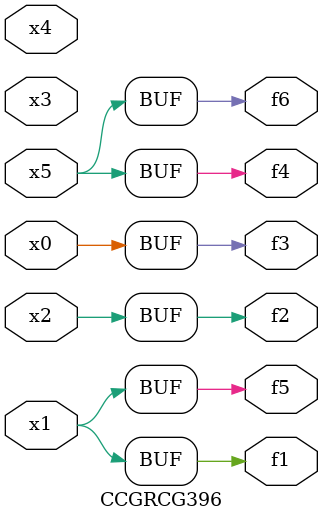
<source format=v>
module CCGRCG396(
	input x0, x1, x2, x3, x4, x5,
	output f1, f2, f3, f4, f5, f6
);
	assign f1 = x1;
	assign f2 = x2;
	assign f3 = x0;
	assign f4 = x5;
	assign f5 = x1;
	assign f6 = x5;
endmodule

</source>
